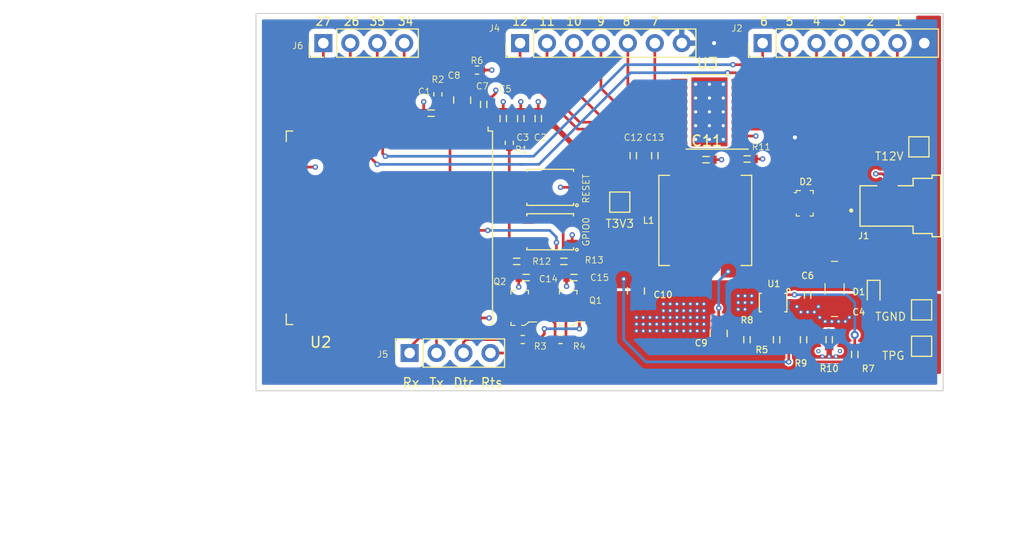
<source format=kicad_pcb>
(kicad_pcb (version 20171130) (host pcbnew "(5.1.9)-1")
  (title_block (title "Light Frame") (rev 1) (company "Light Pattern") (comment 1 "Author: Keith Mar"))
  (layers (0 F.Cu signal) (31 B.Cu signal) (35 F.Paste user) (37 F.SilkS user) (38 B.Mask user) (39 F.Mask user) (44 Edge.Cuts user))
  (net 0 "")
  (net 1 GND)
  (net 2 +3V3)
  (net 3 /Reset)
  (net 4 /Txd)
  (net 5 /Rxd)
  (net 6 /Dtr)
  (net 7 /Rts)
  (net 8 /Serial_Clock)
  (net 9 /Serial_In)
  (net 10 /Gpio0)
  (net 11 "Net-(Q1-Pad1)")
  (net 12 "Net-(Q2-Pad1)")
  (net 13 /LED6)
  (net 14 /LED5)
  (net 15 /LED4)
  (net 16 /LED3)
  (net 17 /LED2)
  (net 18 /LED1)
  (net 19 /LED12)
  (net 20 /LED11)
  (net 21 /LED10)
  (net 22 /LED9)
  (net 23 /LED8)
  (net 24 /LED7)
  (net 25 "Net-(D1-Pad1)")
  (net 26 "Net-(U3-Pad12)")
  (net 27 "Net-(U3-Pad11)")
  (net 28 /Gpio34)
  (net 29 /Gpio27)
  (net 30 /Gpio26)
  (net 31 /Gpio35)
  (net 32 "Net-(R7-Pad2)")
  (net 33 +12V)
  (net 34 "Net-(C8-Pad2)")
  (net 35 "Net-(C9-Pad1)")
  (net 36 "Net-(C9-Pad2)")
  (net 37 "Net-(C11-Pad1)")
  (net 38 "Net-(C14-Pad2)")
  (net 39 "Net-(C15-Pad2)")
  (net 40 "Net-(U1-Pad6)")
  (net 41 "Net-(U2-Pad37)")
  (net 42 "Net-(U2-Pad36)")
  (net 43 "Net-(U2-Pad33)")
  (net 44 "Net-(U2-Pad32)")
  (net 45 "Net-(U2-Pad31)")
  (net 46 "Net-(U2-Pad30)")
  (net 47 "Net-(U2-Pad29)")
  (net 48 "Net-(U2-Pad28)")
  (net 49 "Net-(U2-Pad24)")
  (net 50 "Net-(U2-Pad23)")
  (net 51 "Net-(U2-Pad22)")
  (net 52 "Net-(U2-Pad21)")
  (net 53 "Net-(U2-Pad20)")
  (net 54 "Net-(U2-Pad19)")
  (net 55 "Net-(U2-Pad18)")
  (net 56 "Net-(U2-Pad17)")
  (net 57 "Net-(U2-Pad16)")
  (net 58 "Net-(U2-Pad14)")
  (net 59 "Net-(U2-Pad13)")
  (net 60 "Net-(U2-Pad10)")
  (net 61 "Net-(U2-Pad5)")
  (net 62 "Net-(U2-Pad4)")
  (net 63 "Net-(R5-Pad2)")
  (net 64 "Net-(R10-Pad1)")
  (net 65 "Net-(R8-Pad1)")
  (net 66 "Net-(R11-Pad1)")
  (net 67 "Net-(U2-Pad27)")
  (net 68 "Net-(U2-Pad26)")
  (module Connector_PinHeader_2.54mm:PinHeader_1x04_P2.54mm_Vertical (layer F.Cu) (at 299.72 -536.956 90)
    (fp_text reference J6 (at -0.254 -2.413 180) (layer F.SilkS) (effects (font (size 0.6096 0.6096) (thickness 0.0762))))
    (fp_text value Conn_01x4_Female)
    (pad 4 thru_hole oval (at 0 7.62 90) (size 1.7 1.7) (drill 1) (layers *.Cu *.Mask) (net 28 /Gpio34))
    (pad 3 thru_hole oval (at 0 5.08 90) (size 1.7 1.7) (drill 1) (layers *.Cu *.Mask) (net 31 /Gpio35))
    (pad 2 thru_hole oval (at 0 2.54 90) (size 1.7 1.7) (drill 1) (layers *.Cu *.Mask) (net 30 /Gpio26))
    (pad 1 thru_hole rect (at 0 0 90) (size 1.7 1.7) (drill 1) (layers *.Cu *.Mask) (net 29 /Gpio27))
  )
  (module Connector_PinHeader_2.54mm:PinHeader_1x07_P2.54mm_Vertical (layer F.Cu) (at 341.122 -536.956 90)
    (fp_text reference J2 (at 1.397 -2.413 180) (layer F.SilkS) (effects (font (size 0.6096 0.6096) (thickness 0.0762))))
    (fp_text value Conn_01x07_Female)
    (pad 7 thru_hole oval (at 0 15.24 90) (size 1.7 1.7) (drill 1) (layers *.Cu *.Mask) (net 33 +12V))
    (pad 6 thru_hole oval (at 0 12.7 90) (size 1.7 1.7) (drill 1) (layers *.Cu *.Mask) (net 18 /LED1))
    (pad 5 thru_hole oval (at 0 10.16 90) (size 1.7 1.7) (drill 1) (layers *.Cu *.Mask) (net 17 /LED2))
    (pad 4 thru_hole oval (at 0 7.62 90) (size 1.7 1.7) (drill 1) (layers *.Cu *.Mask) (net 16 /LED3))
    (pad 3 thru_hole oval (at 0 5.08 90) (size 1.7 1.7) (drill 1) (layers *.Cu *.Mask) (net 15 /LED4))
    (pad 2 thru_hole oval (at 0 2.54 90) (size 1.7 1.7) (drill 1) (layers *.Cu *.Mask) (net 14 /LED5))
    (pad 1 thru_hole rect (at 0 0 90) (size 1.7 1.7) (drill 1) (layers *.Cu *.Mask) (net 13 /LED6))
  )
  (module Connector_PinHeader_2.54mm:PinHeader_1x07_P2.54mm_Vertical (layer F.Cu) (at 318.262 -536.956 90)
    (fp_text reference J4 (at 1.397 -2.413 180) (layer F.SilkS) (effects (font (size 0.6096 0.6096) (thickness 0.0762))))
    (fp_text value Conn_01x07_Female)
    (pad 7 thru_hole oval (at 0 15.24 90) (size 1.7 1.7) (drill 1) (layers *.Cu *.Mask) (net 33 +12V))
    (pad 6 thru_hole oval (at 0 12.7 90) (size 1.7 1.7) (drill 1) (layers *.Cu *.Mask) (net 24 /LED7))
    (pad 5 thru_hole oval (at 0 10.16 90) (size 1.7 1.7) (drill 1) (layers *.Cu *.Mask) (net 23 /LED8))
    (pad 4 thru_hole oval (at 0 7.62 90) (size 1.7 1.7) (drill 1) (layers *.Cu *.Mask) (net 22 /LED9))
    (pad 3 thru_hole oval (at 0 5.08 90) (size 1.7 1.7) (drill 1) (layers *.Cu *.Mask) (net 21 /LED10))
    (pad 2 thru_hole oval (at 0 2.54 90) (size 1.7 1.7) (drill 1) (layers *.Cu *.Mask) (net 20 /LED11))
    (pad 1 thru_hole rect (at 0 0 90) (size 1.7 1.7) (drill 1) (layers *.Cu *.Mask) (net 19 /LED12))
  )
  (module TestPoint:TestPoint_Pad_1.5x1.5mm (layer F.Cu) (at 356.108 -511.81)
    (fp_text reference TGND (at -2.921 0.635) (layer F.SilkS) (effects (font (size 0.762 0.762) (thickness 0.1016))))
    (fp_text value "ground test")
    (pad 1 smd rect (at 0 0) (size 1.5 1.5) (layers F.Cu F.Mask) (net 1 GND))
  )
  (module TestPoint:TestPoint_Pad_1.5x1.5mm (layer F.Cu) (at 327.66 -521.97 180)
    (fp_text reference T3V3 (at 0 -2.032) (layer F.SilkS) (effects (font (size 0.762 0.762) (thickness 0.1016))))
    (fp_text value "3v3 out")
    (pad 1 smd rect (at 0 0 180) (size 1.5 1.5) (layers F.Cu F.Mask) (net 2 +3V3))
  )
  (module TestPoint:TestPoint_Pad_1.5x1.5mm (layer F.Cu) (at 356.108 -508.381 180)
    (fp_text reference TPG (at 2.667 -0.889) (layer F.SilkS) (effects (font (size 0.762 0.762) (thickness 0.1016))))
    (fp_text value pgss)
    (pad 1 smd rect (at 0 0 180) (size 1.5 1.5) (layers F.Cu F.Mask) (net 32 "Net-(R7-Pad2)"))
  )
  (module TestPoint:TestPoint_Pad_1.5x1.5mm (layer F.Cu) (at 355.854 -527.177 180)
    (fp_text reference T12V (at 2.794 -0.889) (layer F.SilkS) (effects (font (size 0.762 0.762) (thickness 0.1016))))
    (fp_text value "wall in")
    (pad 1 smd rect (at 0 0 180) (size 1.5 1.5) (layers F.Cu F.Mask) (net 33 +12V))
  )
  (module digikey-footprints:0603 (layer F.Cu) (at 347.3958 -509.0018 270)
    (fp_text reference R10 (at 2.729 0 180) (layer F.SilkS) (effects (font (size 0.6096 0.6096) (thickness 0.1016))))
    (fp_text value 10k)
    (pad 1 smd rect (at -0.7 0 270) (size 0.6 0.8) (layers F.Cu F.Paste F.Mask) (net 64 "Net-(R10-Pad1)"))
    (pad 2 smd rect (at 0.7 0 270) (size 0.6 0.8) (layers F.Cu F.Paste F.Mask) (net 1 GND))
  )
  (module digikey-footprints:0603 (layer F.Cu) (at 344.9828 -509.0018 90)
    (fp_text reference R9 (at -2.221 -0.254 180) (layer F.SilkS) (effects (font (size 0.6096 0.6096) (thickness 0.1016))))
    (fp_text value 45.3k)
    (pad 1 smd rect (at -0.7 0 90) (size 0.6 0.8) (layers F.Cu F.Paste F.Mask) (net 2 +3V3))
    (pad 2 smd rect (at 0.7 0 90) (size 0.6 0.8) (layers F.Cu F.Paste F.Mask) (net 64 "Net-(R10-Pad1)"))
  )
  (module digikey-footprints:0603 (layer F.Cu) (at 339.6488 -509.0018 270)
    (fp_text reference R8 (at -1.843 0 180) (layer F.SilkS) (effects (font (size 0.6096 0.6096) (thickness 0.1016))))
    (fp_text value 0)
    (pad 1 smd rect (at -0.7 0 270) (size 0.6 0.8) (layers F.Cu F.Paste F.Mask) (net 65 "Net-(R8-Pad1)"))
    (pad 2 smd rect (at 0.7 0 270) (size 0.6 0.8) (layers F.Cu F.Paste F.Mask) (net 35 "Net-(C9-Pad1)"))
  )
  (module digikey-footprints:0603 (layer F.Cu) (at 342.4428 -509.0018 90)
    (fp_text reference R5 (at -0.951 -1.397 180) (layer F.SilkS) (effects (font (size 0.6096 0.6096) (thickness 0.1016))))
    (fp_text value 0)
    (pad 1 smd rect (at -0.7 0 90) (size 0.6 0.8) (layers F.Cu F.Paste F.Mask) (net 1 GND))
    (pad 2 smd rect (at 0.7 0 90) (size 0.6 0.8) (layers F.Cu F.Paste F.Mask) (net 63 "Net-(R5-Pad2)"))
  )
  (module "Keith:TPS562211 12V pmic" (layer F.Cu) (at 342.1126 -512.4958 270)
    (fp_text reference U1 (at -1.778 -0.0762 180) (layer F.SilkS) (effects (font (size 0.6096 0.6096) (thickness 0.1016))))
    (fp_text value TPS562211)
    (pad 5 smd rect (at 0.74 0.75 270) (size 0.67 0.3) (layers F.Cu F.Paste F.Mask) (net 65 "Net-(R8-Pad1)"))
    (pad 8 smd rect (at 0.74 -0.75 270) (size 0.67 0.3) (layers F.Cu F.Paste F.Mask) (net 64 "Net-(R10-Pad1)"))
    (pad 6 smd rect (at 0.74 0.25 270) (size 0.67 0.3) (layers F.Cu F.Paste F.Mask) (net 40 "Net-(U1-Pad6)"))
    (pad 7 smd rect (at 0.74 -0.25 270) (size 0.67 0.3) (layers F.Cu F.Paste F.Mask) (net 63 "Net-(R5-Pad2)"))
    (pad 4 smd rect (at -0.74 0.75 270) (size 0.67 0.3) (layers F.Cu F.Paste F.Mask) (net 1 GND))
    (pad 1 smd rect (at -0.74 -0.75 270) (size 0.67 0.3) (layers F.Cu F.Paste F.Mask) (net 32 "Net-(R7-Pad2)"))
    (pad 2 smd rect (at -0.74 -0.25 270) (size 0.67 0.3) (layers F.Cu F.Paste F.Mask) (net 33 +12V))
    (pad 3 smd rect (at -0.74 0.25 270) (size 0.67 0.3) (layers F.Cu F.Paste F.Mask) (net 36 "Net-(C9-Pad2)"))
  )
  (module "Keith:SRN8040 Bournes" (layer F.Cu) (at 335.7178 -520.2428 180)
    (fp_text reference L1 (at 5.34 0) (layer F.SilkS) (effects (font (size 0.6096 0.6096) (thickness 0.1016))))
    (fp_text value 4.7uH)
    (pad 2 smd rect (at 2.8 0 180) (size 2.6 8.199999) (layers F.Cu F.Paste F.Mask) (net 2 +3V3))
    (pad 1 smd rect (at -2.8 0 180) (size 2.6 8.199999) (layers F.Cu F.Paste F.Mask) (net 36 "Net-(C9-Pad2)"))
  )
  (module digikey-footprints:0805 (layer F.Cu) (at 329.184 -513.588 270)
    (fp_text reference C10 (at 0.347 -2.5527 180) (layer F.SilkS) (effects (font (size 0.6096 0.6096) (thickness 0.1016))))
    (fp_text value 22uF)
    (pad 1 smd rect (at -1.05 0 270) (size 1.2 1.2) (layers F.Cu F.Paste F.Mask) (net 2 +3V3))
    (pad 2 smd rect (at 1.05 0 270) (size 1.2 1.2) (layers F.Cu F.Paste F.Mask) (net 1 GND))
  )
  (module digikey-footprints:0805 (layer F.Cu) (at 336.9818 -509.6088 90)
    (fp_text reference C9 (at -0.923 -1.651 180) (layer F.SilkS) (effects (font (size 0.6096 0.6096) (thickness 0.1016))))
    (fp_text value 100nF)
    (pad 1 smd rect (at -1.05 0 90) (size 1.2 1.2) (layers F.Cu F.Paste F.Mask) (net 35 "Net-(C9-Pad1)"))
    (pad 2 smd rect (at 1.05 0 90) (size 1.2 1.2) (layers F.Cu F.Paste F.Mask) (net 36 "Net-(C9-Pad2)"))
  )
  (module digikey-footprints:1206 (layer F.Cu) (at 347.9038 -513.7878 270)
    (fp_text reference C4 (at 2.181 -2.286 180) (layer F.SilkS) (effects (font (size 0.6096 0.6096) (thickness 0.1016))))
    (fp_text value 22uF)
    (pad 2 smd rect (at 1.8 0 270) (size 1.5 1.8) (layers F.Cu F.Paste F.Mask) (net 1 GND))
    (pad 1 smd rect (at -1.8 0 270) (size 1.5 1.8) (layers F.Cu F.Paste F.Mask) (net 33 +12V))
  )
  (module digikey-footprints:0603 (layer F.Cu) (at 349.8088 -507.6078 90)
    (fp_text reference R7 (at -1.335 1.27 180) (layer F.SilkS) (effects (font (size 0.6096 0.6096) (thickness 0.1016))))
    (fp_text value 10k)
    (pad 1 smd rect (at -0.7 0 90) (size 0.6 0.8) (layers F.Cu F.Paste F.Mask) (net 2 +3V3))
    (pad 2 smd rect (at 0.7 0 90) (size 0.6 0.8) (layers F.Cu F.Paste F.Mask) (net 32 "Net-(R7-Pad2)"))
  )
  (module digikey-footprints:SOT-23-3 (layer F.Cu) (at 318.228 -511.998 180)
    (fp_text reference Q2 (at 1.871 2.479) (layer F.SilkS) (effects (font (size 0.6096 0.6096) (thickness 0.0762))))
    (fp_text value MMBT2222A-TP)
    (pad 1 smd rect (at -1.05 -0.95 180) (size 1.3 0.6) (layers F.Cu F.Paste F.Mask) (net 12 "Net-(Q2-Pad1)"))
    (pad 2 smd rect (at -1.05 0.95 180) (size 1.3 0.6) (layers F.Cu F.Paste F.Mask) (net 6 /Dtr))
    (pad 3 smd rect (at 1.05 0 180) (size 1.3 0.6) (layers F.Cu F.Paste F.Mask) (net 10 /Gpio0))
  )
  (module digikey-footprints:SOT-23-3 (layer F.Cu) (at 322.8 -511.998 180)
    (fp_text reference Q1 (at -2.574 0.701) (layer F.SilkS) (effects (font (size 0.6096 0.6096) (thickness 0.0762))))
    (fp_text value MMBT2222A-TP)
    (pad 1 smd rect (at -1.05 -0.95 180) (size 1.3 0.6) (layers F.Cu F.Paste F.Mask) (net 11 "Net-(Q1-Pad1)"))
    (pad 2 smd rect (at -1.05 0.95 180) (size 1.3 0.6) (layers F.Cu F.Paste F.Mask) (net 7 /Rts))
    (pad 3 smd rect (at 1.05 0 180) (size 1.3 0.6) (layers F.Cu F.Paste F.Mask) (net 3 /Reset))
  )
  (module digikey-footprints:0603 (layer F.Cu) (at 345.3638 -513.1958 270)
    (fp_text reference C6 (at -1.84 0 180) (layer F.SilkS) (effects (font (size 0.6096 0.6096) (thickness 0.1016))))
    (fp_text value 100nF)
    (pad 1 smd rect (at -0.7 0 270) (size 0.6 0.8) (layers F.Cu F.Paste F.Mask) (net 33 +12V))
    (pad 2 smd rect (at 0.7 0 270) (size 0.6 0.8) (layers F.Cu F.Paste F.Mask) (net 1 GND))
  )
  (module Connector_PinSocket_2.54mm:PinSocket_1x04_P2.54mm_Vertical (layer F.Cu) (at 307.848 -507.746 90)
    (fp_text reference J5 (at -0.127 -2.54 180) (layer F.SilkS) (effects (font (size 0.6096 0.6096) (thickness 0.0762))))
    (fp_text value Conn_01x04_Female)
    (pad 4 thru_hole oval (at 0 7.62 90) (size 1.7 1.7) (drill 1) (layers *.Cu *.Mask) (net 7 /Rts))
    (pad 3 thru_hole oval (at 0 5.08 90) (size 1.7 1.7) (drill 1) (layers *.Cu *.Mask) (net 6 /Dtr))
    (pad 2 thru_hole oval (at 0 2.54 90) (size 1.7 1.7) (drill 1) (layers *.Cu *.Mask) (net 4 /Txd))
    (pad 1 thru_hole rect (at 0 0 90) (size 1.7 1.7) (drill 1) (layers *.Cu *.Mask) (net 5 /Rxd))
  )
  (module Package_SO:HTSSOP-20-1EP_4.4x6.5mm_P0.65mm_EP3.4x6.5mm_Mask2.75x3.43mm_ThermalVias (layer F.Cu) (at 336.1105 -530.475 180)
    (fp_text reference U3 (at 0.1855 4.572) (layer F.SilkS))
    (fp_text value TLC5971)
    (pad 21 smd rect (at 0 0 180) (size 3.2 5.8) (layers B.Cu))
    (pad 21 thru_hole circle (at 1.3 2.6 180) (size 0.6 0.6) (drill 0.3) (layers *.Cu))
    (pad 21 thru_hole circle (at 0 2.6 180) (size 0.6 0.6) (drill 0.3) (layers *.Cu))
    (pad 21 thru_hole circle (at -1.3 2.6 180) (size 0.6 0.6) (drill 0.3) (layers *.Cu))
    (pad 21 thru_hole circle (at 1.3 1.3 180) (size 0.6 0.6) (drill 0.3) (layers *.Cu))
    (pad 21 thru_hole circle (at 0 1.3 180) (size 0.6 0.6) (drill 0.3) (layers *.Cu))
    (pad 21 thru_hole circle (at -1.3 1.3 180) (size 0.6 0.6) (drill 0.3) (layers *.Cu))
    (pad 21 thru_hole circle (at 1.3 0 180) (size 0.6 0.6) (drill 0.3) (layers *.Cu))
    (pad 21 thru_hole circle (at 0 0 180) (size 0.6 0.6) (drill 0.3) (layers *.Cu))
    (pad 21 thru_hole circle (at -1.3 0 180) (size 0.6 0.6) (drill 0.3) (layers *.Cu))
    (pad 21 thru_hole circle (at 1.3 -1.3 180) (size 0.6 0.6) (drill 0.3) (layers *.Cu))
    (pad 21 thru_hole circle (at 0 -1.3 180) (size 0.6 0.6) (drill 0.3) (layers *.Cu))
    (pad 21 thru_hole circle (at -1.3 -1.3 180) (size 0.6 0.6) (drill 0.3) (layers *.Cu))
    (pad 21 thru_hole circle (at 1.3 -2.6 180) (size 0.6 0.6) (drill 0.3) (layers *.Cu))
    (pad 21 thru_hole circle (at 0 -2.6 180) (size 0.6 0.6) (drill 0.3) (layers *.Cu))
    (pad 21 thru_hole circle (at -1.3 -2.6 180) (size 0.6 0.6) (drill 0.3) (layers *.Cu))
    (pad 21 smd rect (at 0 0 180) (size 3.400001 6.5) (layers F.Cu))
    (pad 20 smd roundrect (at 2.8625 -2.925 180) (size 1.575 0.4) (layers F.Cu F.Paste F.Mask) (net 37 "Net-(C11-Pad1)"))
    (pad 19 smd roundrect (at 2.8625 -2.275 180) (size 1.575 0.4) (layers F.Cu F.Paste F.Mask) (net 2 +3V3))
    (pad 18 smd roundrect (at 2.8625 -1.625 180) (size 1.575 0.4) (layers F.Cu F.Paste F.Mask) (net 19 /LED12))
    (pad 17 smd roundrect (at 2.8625 -0.975 180) (size 1.575 0.4) (layers F.Cu F.Paste F.Mask) (net 20 /LED11))
    (pad 16 smd roundrect (at 2.8625 -0.325 180) (size 1.575 0.4) (layers F.Cu F.Paste F.Mask) (net 21 /LED10))
    (pad 15 smd roundrect (at 2.8625 0.325 180) (size 1.575 0.4) (layers F.Cu F.Paste F.Mask) (net 22 /LED9))
    (pad 14 smd roundrect (at 2.8625 0.975 180) (size 1.575 0.4) (layers F.Cu F.Paste F.Mask) (net 23 /LED8))
    (pad 13 smd roundrect (at 2.8625 1.625 180) (size 1.575 0.4) (layers F.Cu F.Paste F.Mask) (net 24 /LED7))
    (pad 12 smd roundrect (at 2.8625 2.275 180) (size 1.575 0.4) (layers F.Cu F.Paste F.Mask) (net 26 "Net-(U3-Pad12)"))
    (pad 11 smd roundrect (at 2.8625 2.925 180) (size 1.575 0.4) (layers F.Cu F.Paste F.Mask) (net 27 "Net-(U3-Pad11)"))
    (pad 10 smd roundrect (at -2.8625 2.925 180) (size 1.575 0.4) (layers F.Cu F.Paste F.Mask) (net 8 /Serial_Clock))
    (pad 9 smd roundrect (at -2.8625 2.275 180) (size 1.575 0.4) (layers F.Cu F.Paste F.Mask) (net 9 /Serial_In))
    (pad 8 smd roundrect (at -2.8625 1.625 180) (size 1.575 0.4) (layers F.Cu F.Paste F.Mask) (net 13 /LED6))
    (pad 7 smd roundrect (at -2.8625 0.975 180) (size 1.575 0.4) (layers F.Cu F.Paste F.Mask) (net 14 /LED5))
    (pad 6 smd roundrect (at -2.8625 0.325 180) (size 1.575 0.4) (layers F.Cu F.Paste F.Mask) (net 15 /LED4))
    (pad 5 smd roundrect (at -2.8625 -0.325 180) (size 1.575 0.4) (layers F.Cu F.Paste F.Mask) (net 16 /LED3))
    (pad 4 smd roundrect (at -2.8625 -0.975 180) (size 1.575 0.4) (layers F.Cu F.Paste F.Mask) (net 17 /LED2))
    (pad 3 smd roundrect (at -2.8625 -1.625 180) (size 1.575 0.4) (layers F.Cu F.Paste F.Mask) (net 18 /LED1))
    (pad 2 smd roundrect (at -2.8625 -2.275 180) (size 1.575 0.4) (layers F.Cu F.Paste F.Mask) (net 1 GND))
    (pad 1 smd roundrect (at -2.8625 -2.925 180) (size 1.575 0.4) (layers F.Cu F.Paste F.Mask) (net 66 "Net-(R11-Pad1)"))
  )
  (module digikey-footprints:0603 (layer F.Cu) (at 339.663 -526.034)
    (fp_text reference R11 (at 1.332 -1.143) (layer F.SilkS) (effects (font (size 0.6096 0.6096) (thickness 0.0762))))
    (fp_text value 820)
    (pad 1 smd rect (at -0.7 0) (size 0.6 0.8) (layers F.Cu F.Paste F.Mask) (net 66 "Net-(R11-Pad1)"))
    (pad 2 smd rect (at 0.7 0) (size 0.6 0.8) (layers F.Cu F.Paste F.Mask) (net 1 GND))
  )
  (module digikey-footprints:0603 (layer F.Cu) (at 335.7895 -525.9705)
    (fp_text reference C11 (at 0.062 -1.778) (layer F.SilkS))
    (fp_text value 1uF)
    (pad 1 smd rect (at -0.7 0) (size 0.6 0.8) (layers F.Cu F.Paste F.Mask) (net 37 "Net-(C11-Pad1)"))
    (pad 2 smd rect (at 0.7 0) (size 0.6 0.8) (layers F.Cu F.Paste F.Mask) (net 1 GND))
  )
  (module RF_Module:ESP32-WROOM-32U (layer F.Cu) (at 305.943 -519.548 270)
    (fp_text reference U2 (at 10.786 6.477) (layer F.SilkS))
    (fp_text value ESP32-WROOM-32U)
    (pad 38 smd rect (at 8.5 -8.255 270) (size 2 0.9) (layers F.Cu F.Paste F.Mask) (net 1 GND))
    (pad 37 smd rect (at 8.5 -6.985 270) (size 2 0.9) (layers F.Cu F.Paste F.Mask) (net 41 "Net-(U2-Pad37)"))
    (pad 36 smd rect (at 8.5 -5.715 270) (size 2 0.9) (layers F.Cu F.Paste F.Mask) (net 42 "Net-(U2-Pad36)"))
    (pad 35 smd rect (at 8.5 -4.445 270) (size 2 0.9) (layers F.Cu F.Paste F.Mask) (net 4 /Txd))
    (pad 34 smd rect (at 8.5 -3.175 270) (size 2 0.9) (layers F.Cu F.Paste F.Mask) (net 5 /Rxd))
    (pad 33 smd rect (at 8.5 -1.905 270) (size 2 0.9) (layers F.Cu F.Paste F.Mask) (net 43 "Net-(U2-Pad33)"))
    (pad 32 smd rect (at 8.5 -0.635 270) (size 2 0.9) (layers F.Cu F.Paste F.Mask) (net 44 "Net-(U2-Pad32)"))
    (pad 31 smd rect (at 8.5 0.635 270) (size 2 0.9) (layers F.Cu F.Paste F.Mask) (net 45 "Net-(U2-Pad31)"))
    (pad 30 smd rect (at 8.5 1.905 270) (size 2 0.9) (layers F.Cu F.Paste F.Mask) (net 46 "Net-(U2-Pad30)"))
    (pad 29 smd rect (at 8.5 3.175 270) (size 2 0.9) (layers F.Cu F.Paste F.Mask) (net 47 "Net-(U2-Pad29)"))
    (pad 28 smd rect (at 8.5 4.445 270) (size 2 0.9) (layers F.Cu F.Paste F.Mask) (net 48 "Net-(U2-Pad28)"))
    (pad 27 smd rect (at 8.5 5.715 270) (size 2 0.9) (layers F.Cu F.Paste F.Mask) (net 67 "Net-(U2-Pad27)"))
    (pad 26 smd rect (at 8.5 6.985 270) (size 2 0.9) (layers F.Cu F.Paste F.Mask) (net 68 "Net-(U2-Pad26)"))
    (pad 25 smd rect (at 8.5 8.255 270) (size 2 0.9) (layers F.Cu F.Paste F.Mask) (net 10 /Gpio0))
    (pad 24 smd rect (at 5.715 9.255) (size 2 0.9) (layers F.Cu F.Paste F.Mask) (net 49 "Net-(U2-Pad24)"))
    (pad 23 smd rect (at 4.445 9.255) (size 2 0.9) (layers F.Cu F.Paste F.Mask) (net 50 "Net-(U2-Pad23)"))
    (pad 22 smd rect (at 3.175 9.255) (size 2 0.9) (layers F.Cu F.Paste F.Mask) (net 51 "Net-(U2-Pad22)"))
    (pad 21 smd rect (at 1.905 9.255) (size 2 0.9) (layers F.Cu F.Paste F.Mask) (net 52 "Net-(U2-Pad21)"))
    (pad 20 smd rect (at 0.635 9.255) (size 2 0.9) (layers F.Cu F.Paste F.Mask) (net 53 "Net-(U2-Pad20)"))
    (pad 19 smd rect (at -0.635 9.255) (size 2 0.9) (layers F.Cu F.Paste F.Mask) (net 54 "Net-(U2-Pad19)"))
    (pad 18 smd rect (at -1.905 9.255) (size 2 0.9) (layers F.Cu F.Paste F.Mask) (net 55 "Net-(U2-Pad18)"))
    (pad 17 smd rect (at -3.175 9.255) (size 2 0.9) (layers F.Cu F.Paste F.Mask) (net 56 "Net-(U2-Pad17)"))
    (pad 16 smd rect (at -4.445 9.255) (size 2 0.9) (layers F.Cu F.Paste F.Mask) (net 57 "Net-(U2-Pad16)"))
    (pad 15 smd rect (at -5.715 9.255 180) (size 2 0.9) (layers F.Cu F.Paste F.Mask) (net 1 GND))
    (pad 14 smd rect (at -8.5 8.255 270) (size 2 0.9) (layers F.Cu F.Paste F.Mask) (net 58 "Net-(U2-Pad14)"))
    (pad 13 smd rect (at -8.5 6.985 270) (size 2 0.9) (layers F.Cu F.Paste F.Mask) (net 59 "Net-(U2-Pad13)"))
    (pad 12 smd rect (at -8.5 5.715 270) (size 2 0.9) (layers F.Cu F.Paste F.Mask) (net 29 /Gpio27))
    (pad 11 smd rect (at -8.5 4.445 270) (size 2 0.9) (layers F.Cu F.Paste F.Mask) (net 30 /Gpio26))
    (pad 10 smd rect (at -8.5 3.175 270) (size 2 0.9) (layers F.Cu F.Paste F.Mask) (net 60 "Net-(U2-Pad10)"))
    (pad 9 smd rect (at -8.5 1.905 270) (size 2 0.9) (layers F.Cu F.Paste F.Mask) (net 8 /Serial_Clock))
    (pad 8 smd rect (at -8.5 0.635 270) (size 2 0.9) (layers F.Cu F.Paste F.Mask) (net 9 /Serial_In))
    (pad 7 smd rect (at -8.5 -0.635 270) (size 2 0.9) (layers F.Cu F.Paste F.Mask) (net 31 /Gpio35))
    (pad 6 smd rect (at -8.5 -1.905 270) (size 2 0.9) (layers F.Cu F.Paste F.Mask) (net 28 /Gpio34))
    (pad 5 smd rect (at -8.5 -3.175 270) (size 2 0.9) (layers F.Cu F.Paste F.Mask) (net 61 "Net-(U2-Pad5)"))
    (pad 4 smd rect (at -8.5 -4.445 270) (size 2 0.9) (layers F.Cu F.Paste F.Mask) (net 62 "Net-(U2-Pad4)"))
    (pad 3 smd rect (at -8.5 -5.715 270) (size 2 0.9) (layers F.Cu F.Paste F.Mask) (net 3 /Reset))
    (pad 2 smd rect (at -8.5 -6.985 270) (size 2 0.9) (layers F.Cu F.Paste F.Mask) (net 2 +3V3))
    (pad 1 smd rect (at -8.5 -8.255 270) (size 2 0.9) (layers F.Cu F.Paste F.Mask) (net 1 GND))
    (pad 39 smd rect (at -1 -0.755 270) (size 5 5) (layers F.Cu F.Paste F.Mask) (net 1 GND))
  )
  (module Resistor_SMD:R_0402_1005Metric (layer F.Cu) (at 322.074 -509.016)
    (fp_text reference R4 (at 1.776 0.635) (layer F.SilkS) (effects (font (size 0.6096 0.6096) (thickness 0.0762))))
    (fp_text value 10k)
    (pad 1 smd roundrect (at -0.51 0) (size 0.54 0.64) (layers F.Cu F.Paste F.Mask) (net 12 "Net-(Q2-Pad1)"))
    (pad 2 smd roundrect (at 0.51 0) (size 0.54 0.64) (layers F.Cu F.Paste F.Mask) (net 7 /Rts))
  )
  (module digikey-footprints:0603 (layer F.Cu) (at 322.388 -516.382 180)
    (fp_text reference R13 (at -2.859 0.127) (layer F.SilkS) (effects (font (size 0.6096 0.6096) (thickness 0.0762))))
    (fp_text value "470U 1%")
    (pad 1 smd rect (at -0.7 0 180) (size 0.6 0.8) (layers F.Cu F.Paste F.Mask) (net 39 "Net-(C15-Pad2)"))
    (pad 2 smd rect (at 0.7 0 180) (size 0.6 0.8) (layers F.Cu F.Paste F.Mask) (net 3 /Reset))
  )
  (module digikey-footprints:0603 (layer F.Cu) (at 317.943 -516.382 180)
    (fp_text reference R12 (at -2.351 0) (layer F.SilkS) (effects (font (size 0.6096 0.6096) (thickness 0.0762))))
    (fp_text value "470U 1%")
    (pad 1 smd rect (at -0.7 0 180) (size 0.6 0.8) (layers F.Cu F.Paste F.Mask) (net 38 "Net-(C14-Pad2)"))
    (pad 2 smd rect (at 0.7 0 180) (size 0.6 0.8) (layers F.Cu F.Paste F.Mask) (net 10 /Gpio0))
  )
  (module Resistor_SMD:R_0402_1005Metric (layer F.Cu) (at 317.246 -527.556 270)
    (fp_text reference R1 (at 0.633 -1.143 180) (layer F.SilkS) (effects (font (size 0.6096 0.6096) (thickness 0.0762))))
    (fp_text value 10k)
    (pad 2 smd roundrect (at 0.51 0 270) (size 0.54 0.64) (layers F.Cu F.Paste F.Mask) (net 10 /Gpio0))
    (pad 1 smd roundrect (at -0.51 0 270) (size 0.54 0.64) (layers F.Cu F.Paste F.Mask) (net 2 +3V3))
  )
  (module Resistor_SMD:R_0402_1005Metric (layer F.Cu) (at 314.2 -534.416)
    (fp_text reference R6 (at -0.002 -0.889) (layer F.SilkS) (effects (font (size 0.6096 0.6096) (thickness 0.0762))))
    (fp_text value 1)
    (pad 2 smd roundrect (at 0.51 0) (size 0.54 0.64) (layers F.Cu F.Paste F.Mask) (net 1 GND))
    (pad 1 smd roundrect (at -0.51 0) (size 0.54 0.64) (layers F.Cu F.Paste F.Mask) (net 34 "Net-(C8-Pad2)"))
  )
  (module digikey-footprints:0805 (layer F.Cu) (at 312.801 -531.5925 90)
    (fp_text reference C8 (at 2.3155 -0.762) (layer F.SilkS) (effects (font (size 0.6096 0.6096) (thickness 0.0762))))
    (fp_text value 10uF)
    (pad 1 smd rect (at -1.05 0 90) (size 1.2 1.2) (layers F.Cu F.Paste F.Mask) (net 2 +3V3))
    (pad 2 smd rect (at 1.05 0 90) (size 1.2 1.2) (layers F.Cu F.Paste F.Mask) (net 34 "Net-(C8-Pad2)"))
  )
  (module digikey-footprints:SOT-323 (layer F.Cu) (at 345.095 -521.858)
    (fp_text reference D2 (at 0.091 -2.032) (layer F.SilkS) (effects (font (size 0.6096 0.6096) (thickness 0.1016))))
    (fp_text value "Schottky  1PS70SB82")
    (pad 3 smd rect (at 0.925 0) (size 0.55 0.6) (layers F.Cu F.Paste F.Mask))
    (pad 2 smd rect (at -0.925 0.65) (size 0.55 0.6) (layers F.Cu F.Paste F.Mask) (net 25 "Net-(D1-Pad1)"))
    (pad 1 smd rect (at -0.925 -0.65) (size 0.55 0.6) (layers F.Cu F.Paste F.Mask) (net 33 +12V))
  )
  (module digikey-footprints:0603 (layer F.Cu) (at 316.6745 -529.844 90)
    (fp_text reference C5 (at 2.794 0.1905 180) (layer F.SilkS) (effects (font (size 0.6096 0.6096) (thickness 0.0762))))
    (fp_text value 0.1uF)
    (pad 1 smd rect (at -0.7 0 90) (size 0.6 0.8) (layers F.Cu F.Paste F.Mask) (net 2 +3V3))
    (pad 2 smd rect (at 0.7 0 90) (size 0.6 0.8) (layers F.Cu F.Paste F.Mask) (net 1 GND))
  )
  (module digikey-footprints:0603 (layer F.Cu) (at 318.3255 -529.8425 90)
    (fp_text reference C3 (at -1.7765 0.1905 180) (layer F.SilkS) (effects (font (size 0.6096 0.6096) (thickness 0.0762))))
    (fp_text value 10000pF)
    (pad 1 smd rect (at -0.7 0 90) (size 0.6 0.8) (layers F.Cu F.Paste F.Mask) (net 2 +3V3))
    (pad 2 smd rect (at 0.7 0 90) (size 0.6 0.8) (layers F.Cu F.Paste F.Mask) (net 1 GND))
  )
  (module digikey-footprints:0603 (layer F.Cu) (at 319.9765 -529.8425 90)
    (fp_text reference C2 (at -1.7765 0.1905) (layer F.SilkS) (effects (font (size 0.6096 0.6096) (thickness 0.0762))))
    (fp_text value 0.1uF)
    (pad 1 smd rect (at -0.7 0 90) (size 0.6 0.8) (layers F.Cu F.Paste F.Mask) (net 2 +3V3))
    (pad 2 smd rect (at 0.7 0 90) (size 0.6 0.8) (layers F.Cu F.Paste F.Mask) (net 1 GND))
  )
  (module digikey-footprints:0603 (layer F.Cu) (at 314.833 -531.179 90)
    (fp_text reference C7 (at 1.713 -0.127 180) (layer F.SilkS) (effects (font (size 0.6096 0.6096) (thickness 0.0762))))
    (fp_text value 1uF)
    (pad 1 smd rect (at -0.7 0 90) (size 0.6 0.8) (layers F.Cu F.Paste F.Mask) (net 2 +3V3))
    (pad 2 smd rect (at 0.7 0 90) (size 0.6 0.8) (layers F.Cu F.Paste F.Mask) (net 1 GND))
  )
  (module digikey-footprints:0603 (layer F.Cu) (at 328.93 -526.35 270)
    (fp_text reference C12 (at -1.716 0) (layer F.SilkS) (effects (font (size 0.6096 0.6096) (thickness 0.0762))))
    (fp_text value 1uF)
    (pad 1 smd rect (at -0.7 0 270) (size 0.6 0.8) (layers F.Cu F.Paste F.Mask) (net 2 +3V3))
    (pad 2 smd rect (at 0.7 0 270) (size 0.6 0.8) (layers F.Cu F.Paste F.Mask) (net 1 GND))
  )
  (module digikey-footprints:0603 (layer F.Cu) (at 330.962 -526.35 270)
    (fp_text reference C13 (at -1.716 0) (layer F.SilkS) (effects (font (size 0.6096 0.6096) (thickness 0.0762))))
    (fp_text value 0.1uF)
    (pad 1 smd rect (at -0.7 0 270) (size 0.6 0.8) (layers F.Cu F.Paste F.Mask) (net 2 +3V3))
    (pad 2 smd rect (at 0.7 0 270) (size 0.6 0.8) (layers F.Cu F.Paste F.Mask) (net 1 GND))
  )
  (module digikey-footprints:0603 (layer F.Cu) (at 309.8785 -530.352 180)
    (fp_text reference C1 (at 0.6335 2.032) (layer F.SilkS) (effects (font (size 0.6096 0.6096) (thickness 0.0762))))
    (fp_text value 1uF)
    (pad 1 smd rect (at -0.7 0 180) (size 0.6 0.8) (layers F.Cu F.Paste F.Mask) (net 3 /Reset))
    (pad 2 smd rect (at 0.7 0 180) (size 0.6 0.8) (layers F.Cu F.Paste F.Mask) (net 1 GND))
  )
  (module digikey-footprints:0603 (layer F.Cu) (at 318.832 -514.858)
    (fp_text reference C14 (at 2.097 0.127) (layer F.SilkS) (effects (font (size 0.6096 0.6096) (thickness 0.0762))))
    (fp_text value "1nF 50V")
    (pad 1 smd rect (at -0.7 0) (size 0.6 0.8) (layers F.Cu F.Paste F.Mask) (net 1 GND))
    (pad 2 smd rect (at 0.7 0) (size 0.6 0.8) (layers F.Cu F.Paste F.Mask) (net 38 "Net-(C14-Pad2)"))
  )
  (module digikey-footprints:0603 (layer F.Cu) (at 323.342 -514.858)
    (fp_text reference C15 (at 2.413 0) (layer F.SilkS) (effects (font (size 0.6096 0.6096) (thickness 0.0762))))
    (fp_text value "1nF 50V")
    (pad 1 smd rect (at -0.7 0) (size 0.6 0.8) (layers F.Cu F.Paste F.Mask) (net 1 GND))
    (pad 2 smd rect (at 0.7 0) (size 0.6 0.8) (layers F.Cu F.Paste F.Mask) (net 39 "Net-(C15-Pad2)"))
  )
  (module PJ-077:CUI_PJ-077 (layer F.Cu) (at 354.203 -521.608)
    (fp_text reference J1 (at -3.556 2.813 180) (layer F.SilkS) (effects (font (size 0.6096 0.6096) (thickness 0.1016))))
    (fp_text value PJ-077)
    (pad 2 smd rect (at -1.3 -1.25) (size 1.4 1) (layers F.Cu F.Paste F.Mask) (net 1 GND))
    (pad 1 smd rect (at -1.3 0.4) (size 1.4 1) (layers F.Cu F.Paste F.Mask) (net 25 "Net-(D1-Pad1)"))
  )
  (module Resistor_SMD:R_0402_1005Metric (layer F.Cu) (at 310.515 -532.13 270)
    (fp_text reference R2 (at -1.397 0 180) (layer F.SilkS) (effects (font (size 0.6096 0.6096) (thickness 0.0762))))
    (fp_text value 10k)
    (pad 2 smd roundrect (at 0.51 0 270) (size 0.54 0.64) (layers F.Cu F.Paste F.Mask) (net 3 /Reset))
    (pad 1 smd roundrect (at -0.51 0 270) (size 0.54 0.64) (layers F.Cu F.Paste F.Mask) (net 2 +3V3))
  )
  (module "keith:PTS810 Tactile Switch" (layer F.Cu) (at 321.099 -519.1715 90)
    (fp_text reference GPIO0 (at 0.0045 3.386 90) (layer F.SilkS) (effects (font (size 0.6096 0.6096) (thickness 0.0762))))
    (fp_text value SW_Push)
    (pad 1 smd rect (at -1.075 2.075 90) (size 0.65 1.05) (layers F.Cu F.Paste F.Mask) (net 1 GND))
    (pad 3 smd rect (at 1.075 2.075 90) (size 0.65 1.05) (layers F.Cu F.Paste F.Mask))
    (pad 2 smd rect (at -1.075 -2.075 90) (size 0.65 1.05) (layers F.Cu F.Paste F.Mask) (net 38 "Net-(C14-Pad2)"))
    (pad 4 smd rect (at 1.075 -2.075 90) (size 0.65 1.05) (layers F.Cu F.Paste F.Mask))
  )
  (module "keith:PTS810 Tactile Switch" (layer F.Cu) (at 321.099 -523.3625 90)
    (fp_text reference RESET (at -0.1225 3.386 90) (layer F.SilkS) (effects (font (size 0.6096 0.6096) (thickness 0.0762))))
    (fp_text value SW_Push)
    (pad 1 smd rect (at -1.075 2.075 90) (size 0.65 1.05) (layers F.Cu F.Paste F.Mask) (net 1 GND))
    (pad 3 smd rect (at 1.075 2.075 90) (size 0.65 1.05) (layers F.Cu F.Paste F.Mask))
    (pad 2 smd rect (at -1.075 -2.075 90) (size 0.65 1.05) (layers F.Cu F.Paste F.Mask) (net 39 "Net-(C15-Pad2)"))
    (pad 4 smd rect (at 1.075 -2.075 90) (size 0.65 1.05) (layers F.Cu F.Paste F.Mask))
  )
  (module Diode_SMD:D_SOD-523 (layer F.Cu) (at 351.5868 -513.4468 270)
    (fp_text reference D1 (at -0.065 1.397) (layer F.SilkS) (effects (font (size 0.6096 0.6096) (thickness 0.1016))))
    (fp_text value "TVS Diode PESD15VS1UB")
    (pad 1 smd rect (at -0.7 0 90) (size 0.6 0.7) (layers F.Cu F.Paste F.Mask) (net 25 "Net-(D1-Pad1)"))
    (pad 2 smd rect (at 0.7 0 90) (size 0.6 0.7) (layers F.Cu F.Paste F.Mask) (net 1 GND))
  )
  (module Resistor_SMD:R_0402_1005Metric (layer F.Cu) (at 318.518 -509.016 180)
    (fp_text reference R3 (at -1.649 -0.635) (layer F.SilkS) (effects (font (size 0.6096 0.6096) (thickness 0.0762))))
    (fp_text value 10k)
    (pad 2 smd roundrect (at 0.51 0 180) (size 0.54 0.64) (layers F.Cu F.Paste F.Mask) (net 6 /Dtr))
    (pad 1 smd roundrect (at -0.51 0 180) (size 0.54 0.64) (layers F.Cu F.Paste F.Mask) (net 11 "Net-(Q1-Pad1)"))
  )
  (gr_text 11 (at 320.802 -538.988) (layer F.SilkS) (effects (font (size 0.762 0.762) (thickness 0.127))))
  (gr_text 10 (at 323.342 -538.988) (layer F.SilkS) (effects (font (size 0.762 0.762) (thickness 0.127))))
  (gr_text 9 (at 325.882 -538.988) (layer F.SilkS) (effects (font (size 0.762 0.762) (thickness 0.127))))
  (gr_text 8 (at 328.295 -538.988) (layer F.SilkS) (effects (font (size 0.762 0.762) (thickness 0.127))))
  (gr_text 7 (at 330.962 -538.988) (layer F.SilkS) (effects (font (size 0.762 0.762) (thickness 0.127))))
  (gr_text 12 (at 318.262 -538.988) (layer F.SilkS) (effects (font (size 0.762 0.762) (thickness 0.127))))
  (gr_text 6 (at 341.249 -538.988) (layer F.SilkS) (effects (font (size 0.762 0.762) (thickness 0.127))))
  (gr_text 5 (at 343.662 -538.988) (layer F.SilkS) (effects (font (size 0.762 0.762) (thickness 0.127))))
  (gr_text 4 (at 346.202 -538.988) (layer F.SilkS) (effects (font (size 0.762 0.762) (thickness 0.127))))
  (gr_text 3 (at 348.615 -538.988) (layer F.SilkS) (effects (font (size 0.762 0.762) (thickness 0.127))))
  (gr_text 2 (at 351.282 -538.988) (layer F.SilkS) (effects (font (size 0.762 0.762) (thickness 0.127))))
  (gr_text 1 (at 353.949 -538.988) (layer F.SilkS) (effects (font (size 0.762 0.762) (thickness 0.127))))
  (gr_text 34 (at 307.467 -538.988) (layer F.SilkS) (effects (font (size 0.762 0.762) (thickness 0.127))))
  (gr_text 35 (at 304.8 -538.988) (layer F.SilkS) (effects (font (size 0.762 0.762) (thickness 0.127))))
  (gr_text 26 (at 302.387 -538.988) (layer F.SilkS) (effects (font (size 0.762 0.762) (thickness 0.127))))
  (gr_text 27 (at 299.72 -538.988) (layer F.SilkS) (effects (font (size 0.762 0.762) (thickness 0.127))))
  (gr_text Rts (at 315.595 -504.952) (layer F.SilkS) (effects (font (size 0.8636 0.8636) (thickness 0.127))))
  (gr_text Dtr (at 312.928 -504.952) (layer F.SilkS) (effects (font (size 0.8636 0.8636) (thickness 0.127))))
  (gr_text Tx (at 310.388 -504.952) (layer F.SilkS) (effects (font (size 0.8636 0.8636) (thickness 0.127))))
  (gr_text Rx (at 307.975 -504.952) (layer F.SilkS) (effects (font (size 0.8636 0.8636) (thickness 0.127))))
  (gr_line (start 293.37 -504.19) (end 293.37 -539.75) (layer Edge.Cuts) (width 0.1))
  (gr_line (start 358.14 -504.19) (end 293.37 -504.19) (layer Edge.Cuts) (width 0.1))
  (gr_line (start 358.14 -539.75) (end 358.14 -504.19) (layer Edge.Cuts) (width 0.1))
  (gr_line (start 293.37 -539.75) (end 358.14 -539.75) (layer Edge.Cuts) (width 0.1))
  (via (at 348.4118 -507.9238) (size 0.4064) (drill 0.2032) (layers F.Cu B.Cu) (net 0))
  (via (at 346.3798 -507.9238) (size 0.4064) (drill 0.2032) (layers F.Cu B.Cu) (net 0))
  (via (at 348.0308 -507.4158) (size 0.4064) (drill 0.2032) (layers F.Cu B.Cu) (net 1))
  (via (at 347.3958 -507.4158) (size 0.4064) (drill 0.2032) (layers F.Cu B.Cu) (net 1))
  (via (at 346.7608 -507.4158) (size 0.4064) (drill 0.2032) (layers F.Cu B.Cu) (net 1))
  (via (at 344.7288 -511.6068) (size 0.4064) (drill 0.2032) (layers F.Cu B.Cu) (net 1))
  (via (at 348.9198 -510.7178) (size 0.4064) (drill 0.2032) (layers F.Cu B.Cu) (net 1))
  (segment (start 296.688 -525.263) (end 298.958 -525.272) (width 0.254) (layer F.Cu) (net 1))
  (segment (start 298.958 -525.272) (end 298.949 -525.263) (width 0.254) (layer F.Cu) (net 1))
  (via (at 298.958 -525.272) (size 0.508) (drill 0.254) (layers F.Cu B.Cu) (net 1))
  (via (at 335.5848 -509.8288) (size 0.4064) (drill 0.2032) (layers F.Cu B.Cu) (net 1))
  (via (at 334.9498 -509.8288) (size 0.4064) (drill 0.2032) (layers F.Cu B.Cu) (net 1))
  (via (at 334.3148 -509.8288) (size 0.4064) (drill 0.2032) (layers F.Cu B.Cu) (net 1))
  (via (at 333.6798 -509.8288) (size 0.4064) (drill 0.2032) (layers F.Cu B.Cu) (net 1))
  (via (at 333.0448 -509.8288) (size 0.4064) (drill 0.2032) (layers F.Cu B.Cu) (net 1))
  (via (at 332.4098 -509.8288) (size 0.4064) (drill 0.2032) (layers F.Cu B.Cu) (net 1))
  (via (at 331.7748 -509.8288) (size 0.4064) (drill 0.2032) (layers F.Cu B.Cu) (net 1))
  (via (at 331.1398 -509.8288) (size 0.4064) (drill 0.2032) (layers F.Cu B.Cu) (net 1))
  (via (at 330.5048 -509.8288) (size 0.4064) (drill 0.2032) (layers F.Cu B.Cu) (net 1))
  (via (at 329.8698 -509.8288) (size 0.4064) (drill 0.2032) (layers F.Cu B.Cu) (net 1))
  (via (at 335.5848 -510.4638) (size 0.4064) (drill 0.2032) (layers F.Cu B.Cu) (net 1))
  (via (at 335.5848 -511.0988) (size 0.4064) (drill 0.2032) (layers F.Cu B.Cu) (net 1))
  (via (at 335.5848 -511.7338) (size 0.4064) (drill 0.2032) (layers F.Cu B.Cu) (net 1))
  (via (at 335.5848 -512.3688) (size 0.4064) (drill 0.2032) (layers F.Cu B.Cu) (net 1))
  (via (at 334.9498 -512.3688) (size 0.4064) (drill 0.2032) (layers F.Cu B.Cu) (net 1))
  (via (at 334.9498 -511.7338) (size 0.4064) (drill 0.2032) (layers F.Cu B.Cu) (net 1))
  (via (at 334.3148 -511.7338) (size 0.4064) (drill 0.2032) (layers F.Cu B.Cu) (net 1))
  (via (at 334.3148 -512.3688) (size 0.4064) (drill 0.2032) (layers F.Cu B.Cu) (net 1))
  (via (at 333.6798 -512.3688) (size 0.4064) (drill 0.2032) (layers F.Cu B.Cu) (net 1))
  (via (at 333.6798 -511.7338) (size 0.4064) (drill 0.2032) (layers F.Cu B.Cu) (net 1))
  (via (at 333.0448 -511.7338) (size 0.4064) (drill 0.2032) (layers F.Cu B.Cu) (net 1))
  (via (at 333.0448 -512.3688) (size 0.4064) (drill 0.2032) (layers F.Cu B.Cu) (net 1))
  (via (at 334.9498 -511.0988) (size 0.4064) (drill 0.2032) (layers F.Cu B.Cu) (net 1))
  (via (at 334.9498 -510.4638) (size 0.4064) (drill 0.2032) (layers F.Cu B.Cu) (net 1))
  (via (at 334.3148 -510.4638) (size 0.4064) (drill 0.2032) (layers F.Cu B.Cu) (net 1))
  (via (at 334.3148 -511.0988) (size 0.4064) (drill 0.2032) (layers F.Cu B.Cu) (net 1))
  (via (at 333.6798 -511.0988) (size 0.4064) (drill 0.2032) (layers F.Cu B.Cu) (net 1))
  (via (at 333.6798 -510.4638) (size 0.4064) (drill 0.2032) (layers F.Cu B.Cu) (net 1))
  (via (at 333.0448 -510.4638) (size 0.4064) (drill 0.2032) (layers F.Cu B.Cu) (net 1))
  (via (at 333.0448 -511.0988) (size 0.4064) (drill 0.2032) (layers F.Cu B.Cu) (net 1))
  (via (at 332.4098 -511.0988) (size 0.4064) (drill 0.2032) (layers F.Cu B.Cu) (net 1))
  (via (at 332.4098 -510.4638) (size 0.4064) (drill 0.2032) (layers F.Cu B.Cu) (net 1))
  (via (at 331.7748 -510.4638) (size 0.4064) (drill 0.2032) (layers F.Cu B.Cu) (net 1))
  (via (at 331.7748 -511.0988) (size 0.4064) (drill 0.2032) (layers F.Cu B.Cu) (net 1))
  (via (at 331.1398 -511.0988) (size 0.4064) (drill 0.2032) (layers F.Cu B.Cu) (net 1))
  (via (at 331.1398 -510.4638) (size 0.4064) (drill 0.2032) (layers F.Cu B.Cu) (net 1))
  (via (at 330.5048 -510.4638) (size 0.4064) (drill 0.2032) (layers F.Cu B.Cu) (net 1))
  (via (at 330.5048 -511.0988) (size 0.4064) (drill 0.2032) (layers F.Cu B.Cu) (net 1))
  (via (at 329.8698 -511.0988) (size 0.4064) (drill 0.2032) (layers F.Cu B.Cu) (net 1))
  (via (at 329.8698 -510.4638) (size 0.4064) (drill 0.2032) (layers F.Cu B.Cu) (net 1))
  (via (at 339.4583 -511.8608) (size 0.4064) (drill 0.2032) (layers F.Cu B.Cu) (net 1))
  (via (at 338.8233 -511.8608) (size 0.4064) (drill 0.2032) (layers F.Cu B.Cu) (net 1))
  (via (at 340.0933 -512.4958) (size 0.4064) (drill 0.2032) (layers F.Cu B.Cu) (net 1))
  (via (at 339.4583 -512.4958) (size 0.4064) (drill 0.2032) (layers F.Cu B.Cu) (net 1))
  (via (at 338.8233 -512.4958) (size 0.4064) (drill 0.2032) (layers F.Cu B.Cu) (net 1))
  (via (at 338.8233 -513.1308) (size 0.4064) (drill 0.2032) (layers F.Cu B.Cu) (net 1))
  (via (at 339.4583 -513.1308) (size 0.4064) (drill 0.2032) (layers F.Cu B.Cu) (net 1))
  (via (at 340.0933 -513.1308) (size 0.4064) (drill 0.2032) (layers F.Cu B.Cu) (net 1))
  (via (at 348.2848 -510.7178) (size 0.4064) (drill 0.2032) (layers F.Cu B.Cu) (net 1))
  (via (at 347.6498 -510.7178) (size 0.4064) (drill 0.2032) (layers F.Cu B.Cu) (net 1))
  (via (at 347.0148 -510.7178) (size 0.4064) (drill 0.2032) (layers F.Cu B.Cu) (net 1))
  (via (at 345.9988 -511.6068) (size 0.4064) (drill 0.2032) (layers F.Cu B.Cu) (net 1))
  (via (at 345.3638 -511.6068) (size 0.4064) (drill 0.2032) (layers F.Cu B.Cu) (net 1))
  (via (at 349.3008 -511.0988) (size 0.4064) (drill 0.2032) (layers F.Cu B.Cu) (net 1))
  (via (at 346.5068 -511.0988) (size 0.4064) (drill 0.2032) (layers F.Cu B.Cu) (net 1))
  (via (at 346.3798 -512.1148) (size 0.4064) (drill 0.2032) (layers F.Cu B.Cu) (net 1))
  (via (at 344.3478 -512.1148) (size 0.4064) (drill 0.2032) (layers F.Cu B.Cu) (net 1))
  (via (at 332.4098 -511.7338) (size 0.4064) (drill 0.2032) (layers F.Cu B.Cu) (net 1))
  (via (at 332.4098 -512.3688) (size 0.4064) (drill 0.2032) (layers F.Cu B.Cu) (net 1))
  (via (at 331.7748 -512.3688) (size 0.4064) (drill 0.2032) (layers F.Cu B.Cu) (net 1))
  (via (at 331.7748 -511.7338) (size 0.4064) (drill 0.2032) (layers F.Cu B.Cu) (net 1))
  (via (at 329.2348 -509.8288) (size 0.4064) (drill 0.2032) (layers F.Cu B.Cu) (net 1))
  (via (at 329.2348 -510.4638) (size 0.4064) (drill 0.2032) (layers F.Cu B.Cu) (net 1))
  (via (at 329.2348 -511.0988) (size 0.4064) (drill 0.2032) (layers F.Cu B.Cu) (net 1))
  (segment (start 309.1785 -530.352) (end 309.1785 -531.4285) (width 0.254) (layer F.Cu) (net 1))
  (segment (start 309.1785 -531.4285) (end 309.1785 -531.4285) (width 0.254) (layer F.Cu) (net 1))
  (via (at 309.1785 -531.4285) (size 0.508) (drill 0.254) (layers F.Cu B.Cu) (net 1))
  (segment (start 316.676 -530.5425) (end 316.6745 -530.544) (width 0.254) (layer F.Cu) (net 1))
  (segment (start 319.9765 -530.5425) (end 316.676 -530.5425) (width 0.254) (layer F.Cu) (net 1))
  (segment (start 314.71 -534.416) (end 315.595 -534.416) (width 0.254) (layer F.Cu) (net 1))
  (segment (start 315.595 -534.416) (end 315.595 -534.416) (width 0.254) (layer F.Cu) (net 1))
  (via (at 315.595 -534.416) (size 0.508) (drill 0.254) (layers F.Cu B.Cu) (net 1))
  (segment (start 314.833 -531.879) (end 315.598 -531.879) (width 0.254) (layer F.Cu) (net 1))
  (segment (start 315.598 -531.879) (end 315.976 -532.257) (width 0.254) (layer F.Cu) (net 1))
  (segment (start 315.976 -532.257) (end 315.976 -532.511) (width 0.254) (layer F.Cu) (net 1))
  (segment (start 315.976 -532.511) (end 315.976 -532.511) (width 0.254) (layer F.Cu) (net 1))
  (via (at 315.976 -532.511) (size 0.508) (drill 0.254) (layers F.Cu B.Cu) (net 1))
  (segment (start 316.6745 -530.544) (end 316.6745 -531.4315) (width 0.254) (layer F.Cu) (net 1))
  (segment (start 318.3255 -530.5425) (end 318.3255 -531.4315) (width 0.254) (layer F.Cu) (net 1))
  (segment (start 319.9765 -530.5425) (end 319.9765 -531.4315) (width 0.254) (layer F.Cu) (net 1))
  (segment (start 316.6745 -531.4315) (end 316.6745 -531.4315) (width 0.254) (layer F.Cu) (net 1))
  (via (at 316.6745 -531.4315) (size 0.508) (drill 0.254) (layers F.Cu B.Cu) (net 1))
  (segment (start 318.3255 -531.4315) (end 318.3255 -531.4315) (width 0.254) (layer F.Cu) (net 1))
  (via (at 318.3255 -531.4315) (size 0.508) (drill 0.254) (layers F.Cu B.Cu) (net 1))
  (segment (start 319.9765 -531.4315) (end 319.9765 -531.4315) (width 0.254) (layer F.Cu) (net 1))
  (via (at 319.9765 -531.4315) (size 0.508) (drill 0.254) (layers F.Cu B.Cu) (net 1))
  (segment (start 323.174 -522.2875) (end 323.174 -523.027) (width 0.254) (layer F.Cu) (net 1))
  (segment (start 323.174 -523.027) (end 322.834 -523.367) (width 0.254) (layer F.Cu) (net 1))
  (segment (start 322.834 -523.367) (end 322.072 -523.367) (width 0.254) (layer F.Cu) (net 1))
  (segment (start 322.072 -523.367) (end 322.072 -523.367) (width 0.254) (layer F.Cu) (net 1))
  (via (at 322.072 -523.367) (size 0.508) (drill 0.254) (layers F.Cu B.Cu) (net 1))
  (segment (start 323.174 -518.0965) (end 323.174 -518.881) (width 0.254) (layer F.Cu) (net 1))
  (segment (start 323.174 -518.881) (end 323.174 -518.881) (width 0.254) (layer F.Cu) (net 1))
  (via (at 323.174 -518.881) (size 0.508) (drill 0.254) (layers F.Cu B.Cu) (net 1))
  (segment (start 314.198 -511.048) (end 315.341 -511.048) (width 0.254) (layer F.Cu) (net 1))
  (segment (start 315.341 -511.048) (end 315.341 -511.048) (width 0.254) (layer F.Cu) (net 1))
  (via (at 315.341 -511.048) (size 0.508) (drill 0.254) (layers F.Cu B.Cu) (net 1))
  (segment (start 318.132 -514.858) (end 318.135 -513.969) (width 0.254) (layer F.Cu) (net 1))
  (segment (start 318.135 -513.969) (end 318.132 -513.972) (width 0.254) (layer F.Cu) (net 1))
  (via (at 318.135 -513.969) (size 0.508) (drill 0.254) (layers F.Cu B.Cu) (net 1))
  (segment (start 322.642 -514.858) (end 322.642 -514.034) (width 0.254) (layer F.Cu) (net 1))
  (segment (start 322.642 -514.034) (end 322.642 -514.034) (width 0.254) (layer F.Cu) (net 1))
  (via (at 322.642 -514.034) (size 0.508) (drill 0.254) (layers F.Cu B.Cu) (net 1))
  (segment (start 338.973 -528.2) (end 340.48 -528.2) (width 0.254) (layer F.Cu) (net 1))
  (segment (start 340.48 -528.2) (end 340.48 -528.2) (width 0.254) (layer F.Cu) (net 1))
  (via (at 340.48 -528.2) (size 0.508) (drill 0.254) (layers F.Cu B.Cu) (net 1))
  (segment (start 340.363 -526.034) (end 341.122 -526.034) (width 0.254) (layer F.Cu) (net 1))
  (segment (start 341.122 -526.034) (end 341.122 -526.034) (width 0.254) (layer F.Cu) (net 1))
  (via (at 341.122 -526.034) (size 0.508) (drill 0.254) (layers F.Cu B.Cu) (net 1))
  (segment (start 336.4895 -525.9705) (end 337.2485 -525.9705) (width 0.254) (layer F.Cu) (net 1))
  (segment (start 337.2485 -525.9705) (end 337.2485 -525.9705) (width 0.254) (layer F.Cu) (net 1))
  (via (at 337.2485 -525.9705) (size 0.508) (drill 0.254) (layers F.Cu B.Cu) (net 1))
  (segment (start 352.903 -522.858) (end 352.903 -524.159) (width 0.254) (layer F.Cu) (net 1))
  (segment (start 352.903 -524.159) (end 352.425 -524.637) (width 0.254) (layer F.Cu) (net 1))
  (segment (start 352.425 -524.637) (end 351.79 -524.637) (width 0.254) (layer F.Cu) (net 1))
  (segment (start 351.79 -524.637) (end 351.79 -524.637) (width 0.254) (layer F.Cu) (net 1))
  (via (at 351.79 -524.637) (size 0.508) (drill 0.254) (layers F.Cu B.Cu) (net 1))
  (segment (start 310.642 -532.64) (end 310.64 -532.638) (width 0.508) (layer F.Cu) (net 2))
  (via (at 343.5858 -506.9078) (size 0.508) (drill 0.254) (layers F.Cu B.Cu) (net 2))
  (via (at 328.0283 -514.7183) (size 0.508) (drill 0.254) (layers F.Cu B.Cu) (net 2))
  (segment (start 330.1238 -506.9078) (end 343.5858 -506.9078) (width 0.254) (layer B.Cu) (net 2))
  (segment (start 344.9828 -508.3018) (end 344.0908 -508.3018) (width 0.254) (layer F.Cu) (net 2))
  (segment (start 343.5858 -507.7968) (end 343.5858 -506.9078) (width 0.254) (layer F.Cu) (net 2))
  (segment (start 344.0908 -508.3018) (end 343.5858 -507.7968) (width 0.254) (layer F.Cu) (net 2))
  (segment (start 344.9828 -508.3018) (end 344.9828 -507.6698) (width 0.254) (layer F.Cu) (net 2))
  (segment (start 345.7448 -506.9078) (end 349.8088 -506.9078) (width 0.254) (layer F.Cu) (net 2))
  (segment (start 344.9828 -507.6698) (end 345.7448 -506.9078) (width 0.254) (layer F.Cu) (net 2))
  (segment (start 328.0918 -514.7818) (end 328.0283 -514.7183) (width 0.254) (layer F.Cu) (net 2))
  (segment (start 328.0283 -509.0033) (end 330.1238 -506.9078) (width 0.254) (layer B.Cu) (net 2))
  (segment (start 328.0283 -514.7183) (end 328.0283 -509.0033) (width 0.254) (layer B.Cu) (net 2))
  (segment (start 314.833 -530.479) (end 314.833 -529.717) (width 0.508) (layer F.Cu) (net 2))
  (segment (start 315.406 -529.144) (end 316.6745 -529.144) (width 0.508) (layer F.Cu) (net 2))
  (segment (start 314.833 -529.717) (end 315.406 -529.144) (width 0.508) (layer F.Cu) (net 2))
  (segment (start 312.8645 -530.479) (end 312.801 -530.5425) (width 0.508) (layer F.Cu) (net 2))
  (segment (start 314.833 -530.479) (end 312.8645 -530.479) (width 0.508) (layer F.Cu) (net 2))
  (segment (start 312.801 -528.175) (end 312.928 -528.048) (width 0.508) (layer F.Cu) (net 2))
  (segment (start 312.801 -530.5425) (end 312.801 -528.175) (width 0.508) (layer F.Cu) (net 2))
  (segment (start 312.801 -530.5425) (end 312.1025 -530.5425) (width 0.508) (layer F.Cu) (net 2))
  (segment (start 312.1025 -530.5425) (end 311.4675 -531.1775) (width 0.508) (layer F.Cu) (net 2))
  (segment (start 311.4675 -531.1775) (end 311.4675 -532.257) (width 0.508) (layer F.Cu) (net 2))
  (segment (start 311.0845 -532.64) (end 310.515 -532.64) (width 0.508) (layer F.Cu) (net 2))
  (segment (start 311.4675 -532.257) (end 311.0845 -532.64) (width 0.508) (layer F.Cu) (net 2))
  (segment (start 330.962 -527.05) (end 328.93 -527.05) (width 0.508) (layer F.Cu) (net 2))
  (segment (start 321.502 -529.144) (end 316.6745 -529.144) (width 0.508) (layer F.Cu) (net 2))
  (segment (start 323.596 -527.05) (end 321.502 -529.144) (width 0.508) (layer F.Cu) (net 2))
  (segment (start 328.93 -527.05) (end 323.596 -527.05) (width 0.508) (layer F.Cu) (net 2))
  (segment (start 316.6745 -529.144) (end 316.6745 -528.1295) (width 0.508) (layer F.Cu) (net 2))
  (segment (start 316.738 -528.066) (end 317.246 -528.066) (width 0.508) (layer F.Cu) (net 2))
  (segment (start 316.6745 -528.1295) (end 316.738 -528.066) (width 0.508) (layer F.Cu) (net 2))
  (segment (start 311.342 -528.364) (end 311.658 -528.048) (width 0.254) (layer F.Cu) (net 3))
  (segment (start 311.658 -528.048) (end 311.658 -530.098) (width 0.254) (layer F.Cu) (net 3))
  (segment (start 311.404 -530.352) (end 310.5785 -530.352) (width 0.254) (layer F.Cu) (net 3))
  (segment (start 311.658 -530.098) (end 311.404 -530.352) (width 0.254) (layer F.Cu) (net 3))
  (segment (start 310.5785 -531.5565) (end 310.515 -531.62) (width 0.254) (layer F.Cu) (net 3))
  (segment (start 310.5785 -530.352) (end 310.5785 -531.5565) (width 0.254) (layer F.Cu) (net 3))
  (segment (start 321.688 -512.06) (end 321.75 -511.998) (width 0.254) (layer F.Cu) (net 3))
  (segment (start 321.688 -516.382) (end 321.688 -512.06) (width 0.254) (layer F.Cu) (net 3))
  (segment (start 311.658 -528.048) (end 311.658 -521.589) (width 0.254) (layer F.Cu) (net 3))
  (segment (start 311.658 -521.589) (end 313.944 -519.303) (width 0.254) (layer F.Cu) (net 3))
  (segment (start 313.944 -519.303) (end 315.214 -519.303) (width 0.254) (layer F.Cu) (net 3))
  (segment (start 315.214 -519.303) (end 315.214 -519.303) (width 0.254) (layer F.Cu) (net 3))
  (segment (start 315.214 -519.303) (end 315.214 -519.303) (width 0.254) (layer F.Cu) (net 3))
  (via (at 315.214 -519.303) (size 0.508) (drill 0.254) (layers F.Cu B.Cu) (net 3))
  (segment (start 315.214 -519.303) (end 321.056 -519.303) (width 0.254) (layer B.Cu) (net 3))
  (segment (start 321.056 -519.303) (end 321.691 -518.668) (width 0.254) (layer B.Cu) (net 3))
  (segment (start 321.691 -518.668) (end 321.691 -518.16) (width 0.254) (layer B.Cu) (net 3))
  (segment (start 321.691 -518.16) (end 321.691 -518.16) (width 0.254) (layer B.Cu) (net 3))
  (via (at 321.691 -518.16) (size 0.508) (drill 0.254) (layers F.Cu B.Cu) (net 3))
  (segment (start 321.688 -518.157) (end 321.691 -518.16) (width 0.254) (layer F.Cu) (net 3))
  (segment (start 321.688 -516.382) (end 321.688 -518.157) (width 0.254) (layer F.Cu) (net 3))
  (segment (start 310.388 -511.048) (end 310.388 -507.746) (width 0.254) (layer F.Cu) (net 4))
  (segment (start 307.848 -507.746) (end 307.848 -508.254) (width 0.254) (layer F.Cu) (net 5))
  (segment (start 309.118 -509.524) (end 309.118 -511.048) (width 0.254) (layer F.Cu) (net 5))
  (segment (start 307.848 -508.254) (end 309.118 -509.524) (width 0.254) (layer F.Cu) (net 5))
  (segment (start 318.008 -509.016) (end 313.182 -509.016) (width 0.254) (layer F.Cu) (net 6))
  (segment (start 312.928 -508.762) (end 312.928 -507.746) (width 0.254) (layer F.Cu) (net 6))
  (segment (start 313.182 -509.016) (end 312.928 -508.762) (width 0.254) (layer F.Cu) (net 6))
  (segment (start 318.008 -511.276642) (end 318.008 -509.016) (width 0.254) (layer F.Cu) (net 6))
  (segment (start 319.278 -512.546642) (end 318.008 -511.276642) (width 0.254) (layer F.Cu) (net 6))
  (segment (start 319.278 -512.948) (end 319.278 -512.546642) (width 0.254) (layer F.Cu) (net 6))
  (segment (start 315.468 -507.746) (end 322.072 -507.746) (width 0.254) (layer F.Cu) (net 7))
  (segment (start 322.584 -508.258) (end 322.584 -509.016) (width 0.254) (layer F.Cu) (net 7))
  (segment (start 322.072 -507.746) (end 322.584 -508.258) (width 0.254) (layer F.Cu) (net 7))
  (segment (start 323.85 -512.546642) (end 323.85 -512.948) (width 0.254) (layer F.Cu) (net 7))
  (segment (start 322.584 -511.280642) (end 323.85 -512.546642) (width 0.254) (layer F.Cu) (net 7))
  (segment (start 322.584 -509.016) (end 322.584 -511.280642) (width 0.254) (layer F.Cu) (net 7))
  (via (at 337.82 -534.162) (size 0.508) (drill 0.254) (layers F.Cu B.Cu) (net 8))
  (segment (start 304.038 -528.048) (end 304.038 -526.288) (width 0.254) (layer F.Cu) (net 8))
  (segment (start 304.038 -526.288) (end 304.8 -525.526) (width 0.254) (layer F.Cu) (net 8))
  (segment (start 304.8 -525.526) (end 304.8 -525.526) (width 0.254) (layer F.Cu) (net 8))
  (via (at 304.8 -525.526) (size 0.508) (drill 0.254) (layers F.Cu B.Cu) (net 8))
  (segment (start 318.516 -525.526) (end 318.262 -525.526) (width 0.254) (layer B.Cu) (net 8))
  (segment (start 318.262 -525.526) (end 304.8 -525.526) (width 0.254) (layer B.Cu) (net 8))
  (segment (start 318.262 -525.526) (end 320.04 -525.526) (width 0.254) (layer B.Cu) (net 8))
  (segment (start 338.973 -533.4) (end 338.973 -533.771) (width 0.254) (layer F.Cu) (net 8))
  (segment (start 338.582 -534.162) (end 337.82 -534.162) (width 0.254) (layer F.Cu) (net 8))
  (segment (start 338.973 -533.771) (end 338.582 -534.162) (width 0.254) (layer F.Cu) (net 8))
  (segment (start 320.04 -525.526) (end 328.676 -534.162) (width 0.254) (layer B.Cu) (net 8))
  (segment (start 337.82 -534.162) (end 328.676 -534.162) (width 0.254) (layer B.Cu) (net 8))
  (segment (start 305.308 -528.048) (end 305.308 -526.542) (width 0.254) (layer F.Cu) (net 9))
  (segment (start 305.308 -526.542) (end 305.562 -526.288) (width 0.254) (layer F.Cu) (net 9))
  (segment (start 305.562 -526.288) (end 305.562 -526.288) (width 0.254) (layer F.Cu) (net 9))
  (via (at 305.562 -526.288) (size 0.508) (drill 0.254) (layers F.Cu B.Cu) (net 9))
  (via (at 338.328 -534.924) (size 0.508) (drill 0.254) (layers F.Cu B.Cu) (net 9))
  (segment (start 319.532 -526.288) (end 305.562 -526.288) (width 0.254) (layer B.Cu) (net 9))
  (segment (start 328.168 -534.924) (end 319.532 -526.288) (width 0.254) (layer B.Cu) (net 9))
  (segment (start 338.973 -532.75) (end 339.71 -532.75) (width 0.254) (layer F.Cu) (net 9))
  (segment (start 339.71 -532.75) (end 340.106 -533.146) (width 0.254) (layer F.Cu) (net 9))
  (segment (start 340.106 -533.146) (end 340.106 -533.62699) (width 0.254) (layer F.Cu) (net 9))
  (segment (start 340.106 -533.62699) (end 340.106 -533.908) (width 0.254) (layer F.Cu) (net 9))
  (segment (start 340.106 -533.908) (end 339.09 -534.924) (width 0.254) (layer F.Cu) (net 9))
  (segment (start 339.09 -534.924) (end 338.328 -534.924) (width 0.254) (layer F.Cu) (net 9))
  (segment (start 338.328 -534.924) (end 328.168 -534.924) (width 0.254) (layer B.Cu) (net 9))
  (segment (start 317.178 -516.317) (end 317.243 -516.382) (width 0.254) (layer F.Cu) (net 10))
  (segment (start 317.178 -511.998) (end 317.178 -516.317) (width 0.254) (layer F.Cu) (net 10))
  (segment (start 317.246 -516.385) (end 317.243 -516.382) (width 0.254) (layer F.Cu) (net 10))
  (segment (start 317.246 -523.744) (end 317.246 -516.385) (width 0.254) (layer F.Cu) (net 10))
  (segment (start 317.246 -523.744) (end 317.246 -527.046) (width 0.254) (layer F.Cu) (net 10))
  (segment (start 315.915 -511.998) (end 317.178 -511.998) (width 0.254) (layer F.Cu) (net 10))
  (segment (start 297.815 -512.572) (end 315.341 -512.572) (width 0.254) (layer F.Cu) (net 10))
  (segment (start 315.341 -512.572) (end 315.915 -511.998) (width 0.254) (layer F.Cu) (net 10))
  (segment (start 297.688 -512.445) (end 297.815 -512.572) (width 0.254) (layer F.Cu) (net 10))
  (segment (start 297.688 -511.048) (end 297.688 -512.445) (width 0.254) (layer F.Cu) (net 10))
  (segment (start 319.028 -509.016) (end 320.04 -509.016) (width 0.254) (layer F.Cu) (net 11))
  (segment (start 320.04 -509.016) (end 320.548 -509.524) (width 0.254) (layer F.Cu) (net 11))
  (segment (start 320.548 -509.524) (end 320.548 -510.032) (width 0.254) (layer F.Cu) (net 11))
  (segment (start 320.548 -510.032) (end 320.548 -510.032) (width 0.254) (layer F.Cu) (net 11))
  (via (at 320.548 -510.032) (size 0.508) (drill 0.254) (layers F.Cu B.Cu) (net 11))
  (segment (start 320.548 -510.032) (end 323.85 -510.032) (width 0.254) (layer B.Cu) (net 11))
  (segment (start 323.85 -510.032) (end 323.85 -510.032) (width 0.254) (layer B.Cu) (net 11))
  (via (at 323.85 -510.032) (size 0.508) (drill 0.254) (layers F.Cu B.Cu) (net 11))
  (segment (start 323.85 -511.048) (end 323.85 -510.032) (width 0.254) (layer F.Cu) (net 11))
  (segment (start 321.564 -509.016) (end 321.564 -510.54) (width 0.254) (layer F.Cu) (net 12))
  (segment (start 321.056 -511.048) (end 319.278 -511.048) (width 0.254) (layer F.Cu) (net 12))
  (segment (start 321.564 -510.54) (end 321.056 -511.048) (width 0.254) (layer F.Cu) (net 12))
  (segment (start 339.7605 -532.1) (end 339.7905 -532.13) (width 0.254) (layer F.Cu) (net 13))
  (segment (start 338.973 -532.1) (end 339.7605 -532.1) (width 0.254) (layer F.Cu) (net 13))
  (segment (start 339.7905 -532.13) (end 340.36 -532.13) (width 0.254) (layer F.Cu) (net 13))
  (segment (start 341.122 -532.892) (end 341.122 -536.956) (width 0.254) (layer F.Cu) (net 13))
  (segment (start 340.36 -532.13) (end 341.122 -532.892) (width 0.254) (layer F.Cu) (net 13))
  (segment (start 338.973 -531.45) (end 342.474 -531.45) (width 0.254) (layer F.Cu) (net 14))
  (segment (start 343.662 -532.638) (end 343.662 -536.956) (width 0.254) (layer F.Cu) (net 14))
  (segment (start 342.474 -531.45) (end 343.662 -532.638) (width 0.254) (layer F.Cu) (net 14))
  (segment (start 338.973 -530.8) (end 344.364 -530.8) (width 0.254) (layer F.Cu) (net 15))
  (segment (start 346.202 -532.638) (end 346.202 -536.956) (width 0.254) (layer F.Cu) (net 15))
  (segment (start 344.364 -530.8) (end 346.202 -532.638) (width 0.254) (layer F.Cu) (net 15))
  (segment (start 338.973 -530.15) (end 346.254 -530.15) (width 0.254) (layer F.Cu) (net 16))
  (segment (start 348.742 -532.638) (end 348.742 -536.956) (width 0.254) (layer F.Cu) (net 16))
  (segment (start 346.254 -530.15) (end 348.742 -532.638) (width 0.254) (layer F.Cu) (net 16))
  (segment (start 338.973 -529.5) (end 348.398 -529.5) (width 0.254) (layer F.Cu) (net 17))
  (segment (start 351.282 -532.384) (end 351.282 -536.956) (width 0.254) (layer F.Cu) (net 17))
  (segment (start 348.398 -529.5) (end 351.282 -532.384) (width 0.254) (layer F.Cu) (net 17))
  (segment (start 338.973 -528.85) (end 350.542 -528.85) (width 0.254) (layer F.Cu) (net 18))
  (segment (start 353.822 -532.13) (end 353.822 -536.956) (width 0.254) (layer F.Cu) (net 18))
  (segment (start 350.542 -528.85) (end 353.822 -532.13) (width 0.254) (layer F.Cu) (net 18))
  (segment (start 318.262 -534.270642) (end 318.262 -536.956) (width 0.254) (layer F.Cu) (net 19))
  (segment (start 323.682642 -528.85) (end 318.262 -534.270642) (width 0.254) (layer F.Cu) (net 19))
  (segment (start 333.248 -528.85) (end 323.682642 -528.85) (width 0.254) (layer F.Cu) (net 19))
  (segment (start 333.248 -529.5) (end 323.8765 -529.5) (width 0.254) (layer F.Cu) (net 20))
  (segment (start 320.802 -532.5745) (end 320.802 -536.956) (width 0.254) (layer F.Cu) (net 20))
  (segment (start 323.8765 -529.5) (end 320.802 -532.5745) (width 0.254) (layer F.Cu) (net 20))
  (segment (start 333.248 -530.15) (end 325.7665 -530.15) (width 0.254) (layer F.Cu) (net 21))
  (segment (start 323.342 -532.5745) (end 323.342 -536.956) (width 0.254) (layer F.Cu) (net 21))
  (segment (start 325.7665 -530.15) (end 323.342 -532.5745) (width 0.254) (layer F.Cu) (net 21))
  (segment (start 333.248 -530.8) (end 327.7835 -530.8) (width 0.254) (layer F.Cu) (net 22))
  (segment (start 325.882 -532.7015) (end 325.882 -536.956) (width 0.254) (layer F.Cu) (net 22))
  (segment (start 327.7835 -530.8) (end 325.882 -532.7015) (width 0.254) (layer F.Cu) (net 22))
  (segment (start 333.248 -531.45) (end 329.5465 -531.45) (width 0.254) (layer F.Cu) (net 23))
  (segment (start 328.422 -532.5745) (end 328.422 -536.956) (width 0.254) (layer F.Cu) (net 23))
  (segment (start 329.5465 -531.45) (end 328.422 -532.5745) (width 0.254) (layer F.Cu) (net 23))
  (segment (start 333.248 -532.1) (end 331.5635 -532.1) (width 0.254) (layer F.Cu) (net 24))
  (segment (start 330.962 -532.7015) (end 330.962 -536.956) (width 0.254) (layer F.Cu) (net 24))
  (segment (start 331.5635 -532.1) (end 330.962 -532.7015) (width 0.254) (layer F.Cu) (net 24))
  (segment (start 344.3412 -521.2398) (end 344.261 -521.32) (width 0.254) (layer F.Cu) (net 25))
  (segment (start 351.5868 -514.1468) (end 351.5868 -516.9408) (width 0.254) (layer F.Cu) (net 25))
  (segment (start 352.903 -518.257) (end 352.903 -521.208) (width 0.254) (layer F.Cu) (net 25))
  (segment (start 351.5868 -516.9408) (end 352.903 -518.257) (width 0.254) (layer F.Cu) (net 25))
  (segment (start 344.17 -521.208) (end 352.903 -521.208) (width 0.254) (layer F.Cu) (net 25))
  (segment (start 307.848 -528.048) (end 307.848 -532.384) (width 0.254) (layer F.Cu) (net 28))
  (segment (start 307.34 -532.892) (end 307.34 -536.956) (width 0.254) (layer F.Cu) (net 28))
  (segment (start 307.848 -532.384) (end 307.34 -532.892) (width 0.254) (layer F.Cu) (net 28))
  (segment (start 300.228 -528.048) (end 300.228 -533.4) (width 0.254) (layer F.Cu) (net 29))
  (segment (start 299.72 -533.908) (end 299.72 -536.956) (width 0.254) (layer F.Cu) (net 29))
  (segment (start 300.228 -533.4) (end 299.72 -533.908) (width 0.254) (layer F.Cu) (net 29))
  (segment (start 301.498 -528.048) (end 301.498 -528.574) (width 0.254) (layer F.Cu) (net 30))
  (segment (start 301.498 -528.048) (end 301.498 -533.4) (width 0.254) (layer F.Cu) (net 30))
  (segment (start 302.26 -534.162) (end 302.26 -536.956) (width 0.254) (layer F.Cu) (net 30))
  (segment (start 301.498 -533.4) (end 302.26 -534.162) (width 0.254) (layer F.Cu) (net 30))
  (segment (start 306.578 -528.048) (end 306.578 -532.13) (width 0.254) (layer F.Cu) (net 31))
  (segment (start 304.8 -533.908) (end 304.8 -536.956) (width 0.254) (layer F.Cu) (net 31))
  (segment (start 306.578 -532.13) (end 304.8 -533.908) (width 0.254) (layer F.Cu) (net 31))
  (segment (start 342.8626 -513.2358) (end 344.1226 -513.2358) (width 0.254) (layer F.Cu) (net 32))
  (segment (start 344.1226 -513.2358) (end 344.1226 -513.2358) (width 0.254) (layer F.Cu) (net 32))
  (segment (start 344.1226 -513.2358) (end 344.1226 -513.2358) (width 0.254) (layer F.Cu) (net 32))
  (via (at 344.1226 -513.2358) (size 0.508) (drill 0.254) (layers F.Cu B.Cu) (net 32))
  (via (at 349.8088 -509.4478) (size 0.762) (drill 0.381) (layers F.Cu B.Cu) (net 32))
  (segment (start 344.1226 -513.2358) (end 349.0688 -513.2358) (width 0.254) (layer B.Cu) (net 32))
  (segment (start 349.0688 -513.2358) (end 349.8088 -512.4958) (width 0.254) (layer B.Cu) (net 32))
  (segment (start 349.8088 -512.4958) (end 349.8088 -509.4478) (width 0.254) (layer B.Cu) (net 32))
  (segment (start 349.8088 -508.3078) (end 349.8088 -509.4478) (width 0.254) (layer F.Cu) (net 32))
  (segment (start 352.295 -508.3078) (end 352.298 -508.3048) (width 0.254) (layer F.Cu) (net 32))
  (segment (start 349.8088 -508.3078) (end 352.295 -508.3078) (width 0.254) (layer F.Cu) (net 32))
  (segment (start 356.0348 -508.3078) (end 356.108 -508.381) (width 0.254) (layer F.Cu) (net 32))
  (segment (start 352.295 -508.3078) (end 356.0348 -508.3078) (width 0.254) (layer F.Cu) (net 32))
  (segment (start 344.17 -528.066) (end 344.17 -528.066) (width 0.508) (layer B.Cu) (net 33))
  (via (at 344.17 -528.066) (size 0.762) (drill 0.381) (layers F.Cu B.Cu) (net 33))
  (segment (start 344.261 -527.975) (end 344.17 -528.066) (width 0.508) (layer F.Cu) (net 33))
  (segment (start 344.17 -528.066) (end 344.17 -522.62) (width 0.508) (layer F.Cu) (net 33))
  (segment (start 333.502 -536.956) (end 336.55 -536.956) (width 0.508) (layer F.Cu) (net 33))
  (segment (start 336.55 -536.956) (end 336.55 -536.956) (width 0.508) (layer F.Cu) (net 33))
  (via (at 336.55 -536.956) (size 0.762) (drill 0.381) (layers F.Cu B.Cu) (net 33))
  (segment (start 338.328 -536.956) (end 336.55 -536.956) (width 0.508) (layer B.Cu) (net 33))
  (segment (start 344.17 -531.114) (end 338.328 -536.956) (width 0.508) (layer B.Cu) (net 33))
  (segment (start 344.17 -528.066) (end 344.17 -531.114) (width 0.508) (layer B.Cu) (net 33))
  (segment (start 312.801 -532.6425) (end 312.801 -534.035) (width 0.254) (layer F.Cu) (net 34))
  (segment (start 313.182 -534.416) (end 313.69 -534.416) (width 0.254) (layer F.Cu) (net 34))
  (segment (start 312.801 -534.035) (end 313.182 -534.416) (width 0.254) (layer F.Cu) (net 34))
  (segment (start 339.6488 -508.3018) (end 338.6358 -508.3018) (width 0.254) (layer F.Cu) (net 35))
  (segment (start 338.3788 -508.5588) (end 336.9818 -508.5588) (width 0.254) (layer F.Cu) (net 35))
  (segment (start 338.6358 -508.3018) (end 338.3788 -508.5588) (width 0.254) (layer F.Cu) (net 35))
  (segment (start 337.4918 -510.0808) (end 337.4898 -510.0828) (width 0.254) (layer F.Cu) (net 36))
  (via (at 337.8708 -515.4168) (size 0.508) (drill 0.254) (layers F.Cu B.Cu) (net 36))
  (segment (start 338.201 -520.307) (end 338.467 -520.573) (width 0.254) (layer F.Cu) (net 36))
  (via (at 336.9818 -511.9878) (size 0.508) (drill 0.254) (layers F.Cu B.Cu) (net 36))
  (segment (start 337.8708 -515.4168) (end 336.9818 -514.5278) (width 0.254) (layer B.Cu) (net 36))
  (segment (start 336.9818 -514.5278) (end 336.9818 -511.9878) (width 0.254) (layer B.Cu) (net 36))
  (segment (start 336.9818 -510.6588) (end 336.9818 -511.9878) (width 0.254) (layer F.Cu) (net 36))
  (segment (start 337.8708 -519.5958) (end 338.5178 -520.2428) (width 0.254) (layer F.Cu) (net 36))
  (segment (start 337.8708 -515.4168) (end 337.8708 -519.5958) (width 0.254) (layer F.Cu) (net 36))
  (segment (start 333.248 -527.55) (end 333.248 -526.542) (width 0.254) (layer F.Cu) (net 37))
  (segment (start 333.8195 -525.9705) (end 335.0895 -525.9705) (width 0.254) (layer F.Cu) (net 37))
  (segment (start 333.248 -526.542) (end 333.8195 -525.9705) (width 0.254) (layer F.Cu) (net 37))
  (segment (start 318.643 -516.382) (end 319.278 -516.382) (width 0.254) (layer F.Cu) (net 38))
  (segment (start 319.532 -516.128) (end 319.532 -514.858) (width 0.254) (layer F.Cu) (net 38))
  (segment (start 319.278 -516.382) (end 319.532 -516.128) (width 0.254) (layer F.Cu) (net 38))
  (segment (start 318.643 -516.382) (end 318.643 -516.89) (width 0.254) (layer F.Cu) (net 38))
  (segment (start 319.024 -517.271) (end 319.024 -518.0965) (width 0.254) (layer F.Cu) (net 38))
  (segment (start 318.643 -516.89) (end 319.024 -517.271) (width 0.254) (layer F.Cu) (net 38))
  (segment (start 324.042 -516.19) (end 324.042 -514.858) (width 0.254) (layer F.Cu) (net 39))
  (segment (start 323.85 -516.382) (end 324.042 -516.19) (width 0.254) (layer F.Cu) (net 39))
  (segment (start 323.088 -516.382) (end 323.85 -516.382) (width 0.254) (layer F.Cu) (net 39))
  (segment (start 319.024 -522.2875) (end 321.1195 -522.2875) (width 0.254) (layer F.Cu) (net 39))
  (segment (start 322.534 -516.382) (end 322.326 -516.59) (width 0.254) (layer F.Cu) (net 39))
  (segment (start 323.088 -516.382) (end 322.534 -516.382) (width 0.254) (layer F.Cu) (net 39))
  (segment (start 322.326 -516.59) (end 322.326 -521.843) (width 0.254) (layer F.Cu) (net 39))
  (segment (start 321.8815 -522.2875) (end 321.1195 -522.2875) (width 0.254) (layer F.Cu) (net 39))
  (segment (start 322.326 -521.843) (end 321.8815 -522.2875) (width 0.254) (layer F.Cu) (net 39))
  (segment (start 342.3626 -509.782) (end 342.3626 -511.7558) (width 0.254) (layer F.Cu) (net 63))
  (segment (start 342.4428 -509.7018) (end 342.3626 -509.782) (width 0.254) (layer F.Cu) (net 63))
  (segment (start 347.3958 -509.7018) (end 344.9828 -509.7018) (width 0.254) (layer F.Cu) (net 64))
  (segment (start 342.8626 -511.7558) (end 342.8626 -510.933) (width 0.254) (layer F.Cu) (net 64))
  (segment (start 344.0938 -509.7018) (end 344.9828 -509.7018) (width 0.254) (layer F.Cu) (net 64))
  (segment (start 342.8626 -510.933) (end 344.0938 -509.7018) (width 0.254) (layer F.Cu) (net 64))
  (segment (start 341.3626 -511.7558) (end 341.3626 -510.6536) (width 0.254) (layer F.Cu) (net 65))
  (segment (start 340.4108 -509.7018) (end 339.6488 -509.7018) (width 0.254) (layer F.Cu) (net 65))
  (segment (start 341.3626 -510.6536) (end 340.4108 -509.7018) (width 0.254) (layer F.Cu) (net 65))
  (segment (start 338.973 -526.044) (end 338.963 -526.034) (width 0.254) (layer F.Cu) (net 66))
  (segment (start 338.973 -527.55) (end 338.973 -526.044) (width 0.254) (layer F.Cu) (net 66))
  (zone (net 33) (net_name +12V) (layer B.Cu) (connect_pads (clearance 0.508)) (min_thickness 0.254) (fill yes (arc_segments 32) (thermal_gap 0.508) (thermal_bridge_width 0.508))
    (polygon (pts (xy 365.76 -490.22) (xy 269.24 -490.22) (xy 269.24 -541.02) (xy 365.76 -541.02)))
  )
  (zone (net 33) (net_name +12V) (layer F.Cu) (connect_pads (clearance 0.1524)) (min_thickness 0.254) (fill yes (arc_segments 32) (thermal_gap 0.508) (thermal_bridge_width 0.508))
    (polygon (pts (xy 342.265 -527.05) (xy 350.52 -527.05) (xy 355.6 -532.13) (xy 355.6 -539.623) (xy 358.14 -539.623) (xy 358.14 -528.32) (xy 358.14 -513.588) (xy 342.519 -513.588) (xy 342.519 -513.032375) (xy 342.265 -513.026025)))
  )
  (zone (net 36) (net_name "Net-(C9-Pad2)") (layer F.Cu) (connect_pads (clearance 0.1524)) (min_thickness 0.254) (fill yes (arc_segments 32) (thermal_gap 0.508) (thermal_bridge_width 0.508))
    (polygon (pts (xy 341.7062 -513.842) (xy 340.741 -514.858) (xy 337.185 -514.858) (xy 337.185 -525.145) (xy 342.011 -525.145) (xy 342.011 -513.0292) (xy 341.7062 -513.0292)))
  )
  (zone (net 1) (net_name GND) (layer F.Cu) (connect_pads (clearance 0.1524)) (min_thickness 0.254) (fill yes (arc_segments 32) (thermal_gap 0.508) (thermal_bridge_width 0.508))
    (polygon (pts (xy 324.866 -513.588) (xy 330.708 -513.588) (xy 331.724 -514.604) (xy 340.614 -514.604) (xy 341.503 -513.715) (xy 341.503 -512.826) (xy 344.4875 -512.826) (xy 344.9955 -513.334) (xy 358.14 -513.334) (xy 358.14 -505.7775) (xy 324.866 -505.7775)))
  )
  (zone (net 2) (net_name +3V3) (layer F.Cu) (connect_pads (clearance 0.1524)) (min_thickness 0.254) (fill yes (arc_segments 32) (thermal_gap 0.508) (thermal_bridge_width 0.508))
    (polygon (pts (xy 324.866 -528.3835) (xy 334.137 -528.3835) (xy 334.137 -514.858) (xy 331.6605 -514.858) (xy 330.6445 -513.842) (xy 324.866 -513.842)))
  )
)
</source>
